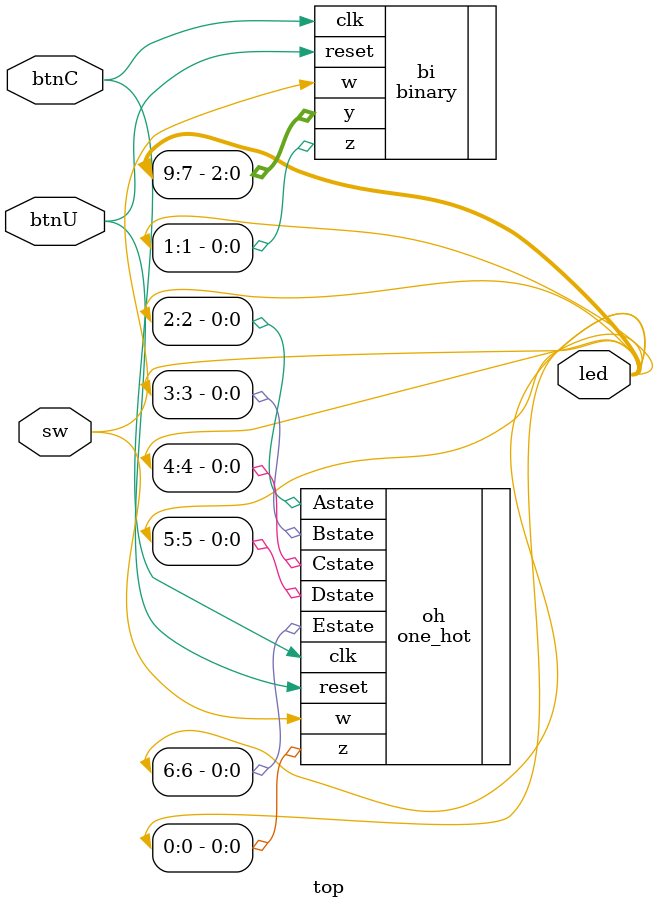
<source format=v>
module top(
    input sw, // w
    output [9:0] led, // see IO table
    input btnC, // clk
    input btnU // reset
);

    // Hook up binary and one-hot state machines
    binary bi(
        .w(sw),
        .clk(btnC),
        .reset(btnU),
        .z(led[1]),
        .y(led[9:7])
    );
    
    one_hot oh(
        .w(sw),
        .clk(btnC),
        .reset(btnU),
        .z(led[0]),
        .Astate(led[2]),
        .Bstate(led[3]),
        .Cstate(led[4]),
        .Dstate(led[5]),
        .Estate(led[6])
    );

endmodule
</source>
